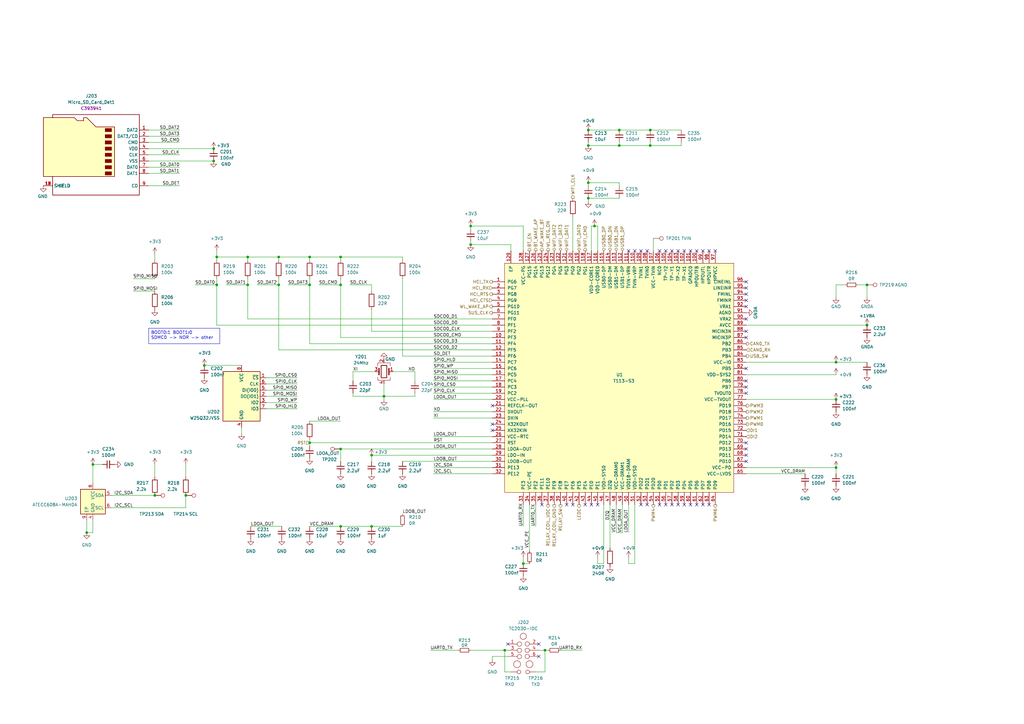
<source format=kicad_sch>
(kicad_sch (version 20231120) (generator "eeschema") (generator_version "8.0")
  (paper "A3")
  (junction (at 223.52 266.7))
  (junction (at 266.7 59.69))
  (junction (at 342.9 148.59))
  (junction (at 114.3 116.84))
  (junction (at 127 105.41))
  (junction (at 342.9 191.77))
  (junction (at 157.48 162.56))
  (junction (at 76.2 203.2))
  (junction (at 87.63 66.04))
  (junction (at 35.56 218.44))
  (junction (at 83.82 149.86))
  (junction (at 101.6 116.84))
  (junction (at 241.3 81.28))
  (junction (at 63.5 203.2))
  (junction (at 241.3 74.93))
  (junction (at 114.3 105.41))
  (junction (at 139.7 215.9))
  (junction (at 139.7 105.41))
  (junction (at 193.04 100.33))
  (junction (at 355.6 116.84))
  (junction (at 342.9 163.83))
  (junction (at 38.1 190.5))
  (junction (at 127 181.61))
  (junction (at 87.63 60.96))
  (junction (at 241.3 53.34))
  (junction (at 254 59.69))
  (junction (at 139.7 116.84))
  (junction (at 193.04 92.71))
  (junction (at 127 116.84))
  (junction (at 207.01 266.7))
  (junction (at 243.84 92.71))
  (junction (at 254 53.34))
  (junction (at 152.4 215.9))
  (junction (at 139.7 184.15))
  (junction (at 88.9 116.84))
  (junction (at 214.63 231.14))
  (junction (at 266.7 53.34))
  (junction (at 88.9 105.41))
  (junction (at 355.6 133.35))
  (junction (at 152.4 186.69))
  (junction (at 241.3 59.69))
  (junction (at 101.6 105.41))
  (no_connect (at 273.05 102.87))
  (no_connect (at 260.35 102.87))
  (no_connect (at 245.11 207.01))
  (no_connect (at 240.03 207.01))
  (no_connect (at 262.89 102.87))
  (no_connect (at 201.93 166.37))
  (no_connect (at 306.07 120.65))
  (no_connect (at 265.43 102.87))
  (no_connect (at 306.07 158.75))
  (no_connect (at 242.57 207.01))
  (no_connect (at 306.07 125.73))
  (no_connect (at 275.59 207.01))
  (no_connect (at 222.25 207.01))
  (no_connect (at 220.98 269.24))
  (no_connect (at 288.29 207.01))
  (no_connect (at 306.07 135.89))
  (no_connect (at 306.07 130.81))
  (no_connect (at 306.07 184.15))
  (no_connect (at 306.07 186.69))
  (no_connect (at 306.07 181.61))
  (no_connect (at 270.51 102.87))
  (no_connect (at 285.75 102.87))
  (no_connect (at 278.13 102.87))
  (no_connect (at 232.41 207.01))
  (no_connect (at 278.13 207.01))
  (no_connect (at 283.21 207.01))
  (no_connect (at 201.93 173.99))
  (no_connect (at 270.51 207.01))
  (no_connect (at 285.75 207.01))
  (no_connect (at 290.83 102.87))
  (no_connect (at 201.93 176.53))
  (no_connect (at 306.07 151.13))
  (no_connect (at 262.89 207.01))
  (no_connect (at 293.37 102.87))
  (no_connect (at 288.29 102.87))
  (no_connect (at 306.07 156.21))
  (no_connect (at 280.67 102.87))
  (no_connect (at 234.95 207.01))
  (no_connect (at 265.43 207.01))
  (no_connect (at 275.59 102.87))
  (no_connect (at 280.67 207.01))
  (no_connect (at 306.07 123.19))
  (no_connect (at 283.21 102.87))
  (no_connect (at 306.07 115.57))
  (no_connect (at 306.07 138.43))
  (no_connect (at 306.07 161.29))
  (no_connect (at 290.83 207.01))
  (no_connect (at 257.81 102.87))
  (no_connect (at 306.07 118.11))
  (no_connect (at 220.98 264.16))
  (no_connect (at 273.05 207.01))
  (no_connect (at 208.28 264.16))
  (no_connect (at 306.07 189.23))
  (wire (pts (xy 165.1 105.41) (xy 165.1 106.68)))
  (wire (pts (xy 73.66 68.58) (xy 60.96 68.58)))
  (wire (pts (xy 241.3 74.93) (xy 241.3 76.2)))
  (wire (pts (xy 224.79 266.7) (xy 223.52 266.7)))
  (wire (pts (xy 170.18 161.29) (xy 170.18 162.56)))
  (wire (pts (xy 245.11 231.14) (xy 245.11 228.6)))
  (wire (pts (xy 41.91 190.5) (xy 38.1 190.5)))
  (wire (pts (xy 35.56 218.44) (xy 38.1 218.44)))
  (wire (pts (xy 245.11 92.71) (xy 243.84 92.71)))
  (wire (pts (xy 105.41 116.84) (xy 114.3 116.84)))
  (wire (pts (xy 223.52 266.7) (xy 223.52 275.59)))
  (wire (pts (xy 193.04 92.71) (xy 193.04 93.98)))
  (wire (pts (xy 207.01 266.7) (xy 207.01 275.59)))
  (wire (pts (xy 127 181.61) (xy 127 182.88)))
  (wire (pts (xy 193.04 100.33) (xy 209.55 100.33)))
  (wire (pts (xy 127 140.97) (xy 201.93 140.97)))
  (wire (pts (xy 127 105.41) (xy 139.7 105.41)))
  (wire (pts (xy 177.8 168.91) (xy 201.93 168.91)))
  (wire (pts (xy 45.72 208.28) (xy 76.2 208.28)))
  (wire (pts (xy 342.9 121.92) (xy 342.9 116.84)))
  (wire (pts (xy 342.9 116.84) (xy 346.71 116.84)))
  (wire (pts (xy 157.48 163.83) (xy 157.48 162.56)))
  (wire (pts (xy 266.7 53.34) (xy 279.4 53.34)))
  (wire (pts (xy 38.1 213.36) (xy 38.1 218.44)))
  (wire (pts (xy 35.56 213.36) (xy 35.56 218.44)))
  (wire (pts (xy 88.9 105.41) (xy 101.6 105.41)))
  (wire (pts (xy 193.04 92.71) (xy 214.63 92.71)))
  (wire (pts (xy 109.22 160.02) (xy 121.92 160.02)))
  (wire (pts (xy 127 215.9) (xy 139.7 215.9)))
  (wire (pts (xy 76.2 203.2) (xy 76.2 208.28)))
  (wire (pts (xy 101.6 114.3) (xy 101.6 116.84)))
  (wire (pts (xy 177.8 153.67) (xy 201.93 153.67)))
  (wire (pts (xy 165.1 146.05) (xy 201.93 146.05)))
  (wire (pts (xy 45.72 203.2) (xy 63.5 203.2)))
  (wire (pts (xy 219.71 207.01) (xy 219.71 215.9)))
  (wire (pts (xy 144.78 152.4) (xy 144.78 156.21)))
  (wire (pts (xy 342.9 148.59) (xy 355.6 148.59)))
  (wire (pts (xy 54.61 114.3) (xy 63.5 114.3)))
  (wire (pts (xy 139.7 138.43) (xy 201.93 138.43)))
  (wire (pts (xy 242.57 92.71) (xy 243.84 92.71)))
  (wire (pts (xy 38.1 190.5) (xy 38.1 198.12)))
  (wire (pts (xy 88.9 114.3) (xy 88.9 116.84)))
  (wire (pts (xy 193.04 266.7) (xy 207.01 266.7)))
  (wire (pts (xy 241.3 81.28) (xy 241.3 82.55)))
  (wire (pts (xy 109.22 165.1) (xy 121.92 165.1)))
  (wire (pts (xy 342.9 194.31) (xy 342.9 191.77)))
  (wire (pts (xy 209.55 102.87) (xy 209.55 100.33)))
  (wire (pts (xy 73.66 71.12) (xy 60.96 71.12)))
  (wire (pts (xy 266.7 59.69) (xy 266.7 58.42)))
  (wire (pts (xy 165.1 114.3) (xy 165.1 146.05)))
  (wire (pts (xy 306.07 163.83) (xy 342.9 163.83)))
  (wire (pts (xy 118.11 116.84) (xy 127 116.84)))
  (wire (pts (xy 241.3 81.28) (xy 254 81.28)))
  (wire (pts (xy 241.3 59.69) (xy 241.3 58.42)))
  (wire (pts (xy 152.4 189.23) (xy 152.4 186.69)))
  (wire (pts (xy 109.22 167.64) (xy 121.92 167.64)))
  (wire (pts (xy 201.93 270.51) (xy 201.93 269.24)))
  (wire (pts (xy 177.8 194.31) (xy 201.93 194.31)))
  (wire (pts (xy 139.7 215.9) (xy 152.4 215.9)))
  (wire (pts (xy 76.2 190.5) (xy 76.2 195.58)))
  (wire (pts (xy 127 114.3) (xy 127 116.84)))
  (wire (pts (xy 152.4 116.84) (xy 152.4 119.38)))
  (wire (pts (xy 114.3 105.41) (xy 127 105.41)))
  (wire (pts (xy 139.7 116.84) (xy 139.7 138.43)))
  (wire (pts (xy 254 59.69) (xy 254 58.42)))
  (wire (pts (xy 101.6 105.41) (xy 114.3 105.41)))
  (wire (pts (xy 177.8 161.29) (xy 201.93 161.29)))
  (wire (pts (xy 101.6 116.84) (xy 101.6 130.81)))
  (wire (pts (xy 241.3 74.93) (xy 254 74.93)))
  (wire (pts (xy 139.7 105.41) (xy 165.1 105.41)))
  (wire (pts (xy 99.06 175.26) (xy 99.06 177.8)))
  (wire (pts (xy 63.5 190.5) (xy 63.5 195.58)))
  (wire (pts (xy 114.3 116.84) (xy 114.3 143.51)))
  (wire (pts (xy 139.7 184.15) (xy 201.93 184.15)))
  (wire (pts (xy 152.4 127) (xy 152.4 135.89)))
  (wire (pts (xy 73.66 55.88) (xy 60.96 55.88)))
  (wire (pts (xy 83.82 149.86) (xy 99.06 149.86)))
  (wire (pts (xy 177.8 191.77) (xy 201.93 191.77)))
  (wire (pts (xy 127 181.61) (xy 201.93 181.61)))
  (wire (pts (xy 127 180.34) (xy 127 181.61)))
  (wire (pts (xy 245.11 231.14) (xy 247.65 231.14)))
  (wire (pts (xy 60.96 66.04) (xy 87.63 66.04)))
  (wire (pts (xy 177.8 158.75) (xy 201.93 158.75)))
  (wire (pts (xy 207.01 275.59) (xy 209.55 275.59)))
  (wire (pts (xy 279.4 59.69) (xy 279.4 58.42)))
  (wire (pts (xy 257.81 207.01) (xy 257.81 218.44)))
  (wire (pts (xy 306.07 194.31) (xy 330.2 194.31)))
  (wire (pts (xy 201.93 269.24) (xy 208.28 269.24)))
  (wire (pts (xy 114.3 143.51) (xy 201.93 143.51)))
  (wire (pts (xy 88.9 105.41) (xy 88.9 106.68)))
  (wire (pts (xy 355.6 121.92) (xy 355.6 116.84)))
  (wire (pts (xy 254 59.69) (xy 266.7 59.69)))
  (wire (pts (xy 139.7 189.23) (xy 139.7 184.15)))
  (wire (pts (xy 63.5 104.14) (xy 63.5 106.68)))
  (wire (pts (xy 92.71 116.84) (xy 101.6 116.84)))
  (wire (pts (xy 306.07 191.77) (xy 342.9 191.77)))
  (wire (pts (xy 255.27 207.01) (xy 255.27 218.44)))
  (wire (pts (xy 306.07 148.59) (xy 342.9 148.59)))
  (wire (pts (xy 143.51 116.84) (xy 152.4 116.84)))
  (wire (pts (xy 254 74.93) (xy 254 76.2)))
  (wire (pts (xy 152.4 135.89) (xy 201.93 135.89)))
  (wire (pts (xy 73.66 53.34) (xy 60.96 53.34)))
  (wire (pts (xy 161.29 152.4) (xy 170.18 152.4)))
  (wire (pts (xy 260.35 231.14) (xy 260.35 207.01)))
  (wire (pts (xy 60.96 60.96) (xy 87.63 60.96)))
  (wire (pts (xy 234.95 88.9) (xy 234.95 102.87)))
  (wire (pts (xy 193.04 100.33) (xy 193.04 99.06)))
  (wire (pts (xy 127 172.72) (xy 139.7 172.72)))
  (wire (pts (xy 252.73 207.01) (xy 252.73 218.44)))
  (wire (pts (xy 101.6 105.41) (xy 101.6 106.68)))
  (wire (pts (xy 306.07 153.67) (xy 342.9 153.67)))
  (wire (pts (xy 152.4 186.69) (xy 201.93 186.69)))
  (wire (pts (xy 177.8 151.13) (xy 201.93 151.13)))
  (wire (pts (xy 207.01 266.7) (xy 208.28 266.7)))
  (wire (pts (xy 176.53 266.7) (xy 187.96 266.7)))
  (wire (pts (xy 109.22 162.56) (xy 121.92 162.56)))
  (wire (pts (xy 306.07 133.35) (xy 355.6 133.35)))
  (wire (pts (xy 217.17 207.01) (xy 217.17 226.06)))
  (wire (pts (xy 88.9 102.87) (xy 88.9 105.41)))
  (wire (pts (xy 102.87 215.9) (xy 115.57 215.9)))
  (wire (pts (xy 157.48 162.56) (xy 157.48 157.48)))
  (wire (pts (xy 109.22 154.94) (xy 121.92 154.94)))
  (wire (pts (xy 127 116.84) (xy 127 140.97)))
  (wire (pts (xy 177.8 171.45) (xy 201.93 171.45)))
  (wire (pts (xy 88.9 133.35) (xy 201.93 133.35)))
  (wire (pts (xy 223.52 275.59) (xy 219.71 275.59)))
  (wire (pts (xy 254 53.34) (xy 266.7 53.34)))
  (wire (pts (xy 127 105.41) (xy 127 106.68)))
  (wire (pts (xy 139.7 105.41) (xy 139.7 106.68)))
  (wire (pts (xy 88.9 116.84) (xy 88.9 133.35)))
  (wire (pts (xy 223.52 266.7) (xy 220.98 266.7)))
  (wire (pts (xy 130.81 116.84) (xy 139.7 116.84)))
  (wire (pts (xy 252.73 218.44) (xy 255.27 218.44)))
  (wire (pts (xy 250.19 207.01) (xy 250.19 224.79)))
  (wire (pts (xy 247.65 231.14) (xy 247.65 207.01)))
  (wire (pts (xy 214.63 228.6) (xy 214.63 231.14)))
  (wire (pts (xy 214.63 207.01) (xy 214.63 215.9)))
  (wire (pts (xy 177.8 179.07) (xy 201.93 179.07)))
  (wire (pts (xy 267.97 97.79) (xy 267.97 102.87)))
  (wire (pts (xy 254 59.69) (xy 241.3 59.69)))
  (wire (pts (xy 144.78 162.56) (xy 157.48 162.56)))
  (wire (pts (xy 351.79 116.84) (xy 355.6 116.84)))
  (wire (pts (xy 201.93 189.23) (xy 165.1 189.23)))
  (wire (pts (xy 170.18 162.56) (xy 157.48 162.56)))
  (wire (pts (xy 241.3 53.34) (xy 254 53.34)))
  (wire (pts (xy 152.4 215.9) (xy 165.1 215.9)))
  (wire (pts (xy 170.18 152.4) (xy 170.18 156.21)))
  (wire (pts (xy 153.67 152.4) (xy 144.78 152.4)))
  (wire (pts (xy 73.66 63.5) (xy 60.96 63.5)))
  (wire (pts (xy 266.7 59.69) (xy 279.4 59.69)))
  (wire (pts (xy 114.3 114.3) (xy 114.3 116.84)))
  (wire (pts (xy 177.8 148.59) (xy 201.93 148.59)))
  (wire (pts (xy 257.81 231.14) (xy 260.35 231.14)))
  (wire (pts (xy 73.66 58.42) (xy 60.96 58.42)))
  (wire (pts (xy 80.01 116.84) (xy 88.9 116.84)))
  (wire (pts (xy 109.22 157.48) (xy 121.92 157.48)))
  (wire (pts (xy 245.11 102.87) (xy 245.11 92.71)))
  (wire (pts (xy 139.7 114.3) (xy 139.7 116.84)))
  (wire (pts (xy 214.63 92.71) (xy 214.63 102.87)))
  (wire (pts (xy 101.6 130.81) (xy 201.93 130.81)))
  (wire (pts (xy 229.87 266.7) (xy 238.76 266.7)))
  (wire (pts (xy 214.63 231.14) (xy 217.17 231.14)))
  (wire (pts (xy 177.8 156.21) (xy 201.93 156.21)))
  (wire (pts (xy 257.81 231.14) (xy 257.81 228.6)))
  (wire (pts (xy 114.3 105.41) (xy 114.3 106.68)))
  (wire (pts (xy 60.96 76.2) (xy 73.66 76.2)))
  (wire (pts (xy 242.57 92.71) (xy 242.57 102.87)))
  (wire (pts (xy 144.78 161.29) (xy 144.78 162.56)))
  (wire (pts (xy 54.61 119.38) (xy 63.5 119.38)))
  (wire (pts (xy 177.8 163.83) (xy 201.93 163.83)))
  (text_box "BOOT0:1 BOOT1:0\nSDMC0 -> NOR -> other" (at 60.96 134.62 0) (size 29.21 6.35) (effects (font (size 1.27 1.27)) (justify left top)))
  (label "UART0_RX" (at 214.63 215.9 90))
  (label "SD_DAT2" (at 73.66 53.34 180))
  (label "SD_DAT1" (at 73.66 71.12 180))
  (label "SPI0_WP" (at 121.92 165.1 180))
  (label "SD_CMD" (at 130.81 116.84 0))
  (label "SD_DAT0" (at 73.66 68.58 180))
  (label "VCC_DRAM" (at 127 215.9 0))
  (label "SPI0_MOSI" (at 177.8 156.21 0))
  (label "SPI0_MISO" (at 121.92 160.02 180))
  (label "LDOA_OUT" (at 177.8 163.83 0))
  (label "LDOA_OUT" (at 177.8 179.07 0))
  (label "SPI0_CLK" (at 121.92 157.48 180))
  (label "LDOA_OUT" (at 139.7 172.72 180))
  (label "SD_CLK" (at 73.66 63.5 180))
  (label "LDOA_OUT" (at 177.8 184.15 0))
  (label "SPI0_MISO" (at 54.61 114.3 0))
  (label "I2C_SCL" (at 177.8 194.31 0))
  (label "XI" (at 144.78 152.4 0))
  (label "SPI0_MOSI" (at 54.61 119.38 0))
  (label "UART0_RX" (at 238.76 266.7 180))
  (label "SDCO0_CLK" (at 177.8 135.89 0))
  (label "VCC_DRAM" (at 252.73 218.44 90))
  (label "I2C_SDA" (at 54.61 203.2 180))
  (label "I2C_SCL" (at 54.61 208.28 180))
  (label "VCC_DRAM" (at 255.27 218.44 90))
  (label "SPI0_WP" (at 177.8 151.13 0))
  (label "SD_DAT0" (at 80.01 116.84 0))
  (label "SD_CLK" (at 143.51 116.84 0))
  (label "SPI0_CS0" (at 177.8 158.75 0))
  (label "I2C_SDA" (at 177.8 191.77 0))
  (label "SD_DET" (at 177.8 146.05 0))
  (label "UART0_TX" (at 219.71 215.9 90))
  (label "VCC_DRAM" (at 330.2 194.31 180))
  (label "VCC_PE" (at 217.17 224.79 90))
  (label "SPI0_CLK" (at 177.8 161.29 0))
  (label "XO" (at 177.8 168.91 0))
  (label "SD_DET" (at 73.66 76.2 180))
  (label "SD_CMD" (at 73.66 58.42 180))
  (label "SD_DAT2" (at 105.41 116.84 0))
  (label "SPI0_HLD" (at 177.8 148.59 0))
  (label "SPI0_MOSI" (at 121.92 162.56 180))
  (label "SDCO0_CMD" (at 177.8 138.43 0))
  (label "SD_DAT3" (at 73.66 55.88 180))
  (label "DZQ" (at 250.19 213.36 90))
  (label "SPI0_CS0" (at 121.92 154.94 180))
  (label "XI" (at 177.8 171.45 0))
  (label "SD_DAT3" (at 118.11 116.84 0))
  (label "SDCO0_D3" (at 177.8 140.97 0))
  (label "SDCO0_D2" (at 177.8 143.51 0))
  (label "LDOB_OUT" (at 165.1 210.82 0))
  (label "SDCO0_D1" (at 177.8 130.81 0))
  (label "SDCO0_D0" (at 177.8 133.35 0))
  (label "SPI0_HLD" (at 121.92 167.64 180))
  (label "LDOA_OUT" (at 257.81 218.44 90))
  (label "SD_DAT1" (at 92.71 116.84 0))
  (label "UART0_TX" (at 176.53 266.7 0))
  (label "LDOB_OUT" (at 177.8 189.23 0))
  (label "SPI0_MISO" (at 177.8 153.67 0))
  (label "RST" (at 177.8 181.61 0))
  (label "XO" (at 170.18 152.4 180))
  (label "LDOA_OUT" (at 102.87 215.9 0))
  (hierarchical_label "HCI_CTS" (shape input) (at 201.93 123.19 180))
  (hierarchical_label "HCI_RTS" (shape output) (at 201.93 120.65 180))
  (hierarchical_label "PWM3" (shape output) (at 306.07 166.37 0))
  (hierarchical_label "CAN0_TX" (shape output) (at 306.07 140.97 0))
  (hierarchical_label "HCI_RX" (shape input) (at 201.93 118.11 180))
  (hierarchical_label "PWM1" (shape output) (at 306.07 171.45 0))
  (hierarchical_label "BT_EN" (shape output) (at 217.17 102.87 90) (property "Netclass" "SDIO_WIFI" (effects (hide yes))))
  (hierarchical_label "PWM2" (shape output) (at 306.07 168.91 0))
  (hierarchical_label "RELAY_COIL_GND" (shape output) (at 227.33 207.01 270))
  (hierarchical_label "RELAY_COIL_VDC" (shape output) (at 224.79 207.01 270))
  (hierarchical_label "USB1_DN" (shape bidirectional) (at 252.73 102.87 90))
  (hierarchical_label "WIFI_CMD" (shape output) (at 240.03 102.87 90))
  (hierarchical_label "BT_WAKE_AP" (shape output) (at 219.71 102.87 90))
  (hierarchical_label "PWM4" (shape output) (at 267.97 207.01 270))
  (hierarchical_label "AP_WAKE_BT" (shape output) (at 222.25 102.87 90))
  (hierarchical_label "WIFI_DAT3" (shape bidirectional) (at 229.87 102.87 90))
  (hierarchical_label "PWM6" (shape output) (at 293.37 207.01 270))
  (hierarchical_label "CAN0_RX" (shape input) (at 306.07 143.51 0))
  (hierarchical_label "USB1_DP" (shape bidirectional) (at 255.27 102.87 90))
  (hierarchical_label "PWM0" (shape output) (at 306.07 173.99 0))
  (hierarchical_label "RELAY_SW" (shape output) (at 229.87 207.01 270))
  (hierarchical_label "LEDC" (shape output) (at 237.49 207.01 270))
  (hierarchical_label "DI1" (shape input) (at 306.07 176.53 0))
  (hierarchical_label "WL_WAKE_AP" (shape output) (at 201.93 125.73 180))
  (hierarchical_label "SUS_CLK" (shape output) (at 201.93 128.27 180))
  (hierarchical_label "HCI_TX" (shape output) (at 201.93 115.57 180))
  (hierarchical_label "WIFI_DAT2" (shape bidirectional) (at 227.33 102.87 90))
  (hierarchical_label "WL_REG_ON" (shape output) (at 224.79 102.87 90))
  (hierarchical_label "USB_SW" (shape output) (at 306.07 146.05 0))
  (hierarchical_label "WIFI_CLK" (shape output) (at 234.95 81.28 90))
  (hierarchical_label "USB0_DP" (shape bidirectional) (at 247.65 102.87 90))
  (hierarchical_label "DI2" (shape input) (at 306.07 179.07 0))
  (hierarchical_label "WIFI_DAT0" (shape bidirectional) (at 237.49 102.87 90))
  (hierarchical_label "WIFI_DAT1" (shape bidirectional) (at 232.41 102.87 90))
  (hierarchical_label "RST" (shape input) (at 127 181.61 180))
  (hierarchical_label "USB0_DN" (shape bidirectional) (at 250.19 102.87 90))
  (symbol (lib_id "Device:C_Small") (at 342.9 166.37 0) (unit 1)
    (property "Reference" "C222" (at 345.44 165.1063 0) (effects (justify left)))
    (property "Value" "100nf" (at 345.44 167.6463 0) (effects (justify left)))
    (property "Footprint" "Capacitor_SMD:C_0402_1005Metric" (effects (hide yes)))
    (property "Datasheet" "https://datasheet.lcsc.com/lcsc/2304140030_Samsung-Electro-Mechanics-CL05B104KB54PNC_C307331.pdf" (effects (hide yes)))
    (property "LCSC" "C307331" (effects (hide yes)))
    (property "MPN" "CL05B104KB54PNC" (effects (hide yes)))
  )
  (symbol (lib_id "power:GND") (at 330.2 199.39 0) (mirror y) (unit 1)
    (property "Reference" "#PWR0232" (effects (hide yes)))
    (property "Value" "GND" (at 330.2 204.47 0))
  )
  (symbol (lib_id "Device:C_Small") (at 241.3 55.88 0) (unit 1)
    (property "Reference" "C213" (at 243.84 54.6163 0) (effects (justify left)))
    (property "Value" "10uF" (at 243.84 57.1563 0) (effects (justify left)))
    (property "Footprint" "Capacitor_SMD:C_0603_1608Metric" (effects (hide yes)))
    (property "Datasheet" "https://datasheet.lcsc.com/lcsc/2304140030_Samsung-Electro-Mechanics-CL10A106MA8NRNC_C96446.pdf" (effects (hide yes)))
    (property "LCSC" "C96446" (effects (hide yes)))
    (property "MPN" "CL10A106MA8NRNC" (effects (hide yes)))
  )
  (symbol (lib_id "power:GND") (at 46.99 190.5 90) (unit 1)
    (property "Reference" "#PWR0252" (effects (hide yes)))
    (property "Value" "GND" (at 50.8 190.5 90) (effects (justify right)))
  )
  (symbol (lib_id "power:+3V3") (at 83.82 149.86 0) (unit 1)
    (property "Reference" "#PWR0202" (effects (hide yes)))
    (property "Value" "+3V3" (at 83.82 144.78 0))
  )
  (symbol (lib_id "Device:R") (at 63.5 199.39 0) (unit 1)
    (property "Reference" "R217" (at 55.88 198.12 0) (effects (justify left)))
    (property "Value" "2.2k" (at 55.88 200.66 0) (effects (justify left)))
    (property "Footprint" "Resistor_SMD:R_0402_1005Metric" (effects (hide yes)))
    (property "Datasheet" "https://datasheet.lcsc.com/lcsc/2206010230_UNI-ROYAL-Uniroyal-Elec-0603WAF2201T5E_C4190.pdf" (effects (hide yes)))
    (property "LCSC" "C4190" (effects (hide yes)))
    (property "MPN" "0603WAF2201T5E" (effects (hide yes)))
  )
  (symbol (lib_id "Connector:TestPoint") (at 267.97 97.79 270) (unit 1)
    (property "Reference" "TP201" (at 273.05 97.79 90) (effects (justify left)))
    (property "Value" "TVIN" (at 279.4 97.79 90) (effects (justify left)))
    (property "Footprint" "TestPoint:TestPoint_Pad_D1.0mm" (effects (hide yes)))
  )
  (symbol (lib_id "power:GND") (at 115.57 220.98 0) (mirror y) (unit 1)
    (property "Reference" "#PWR0248" (effects (hide yes)))
    (property "Value" "GND" (at 115.57 226.06 0))
  )
  (symbol (lib_id "Device:C_Small") (at 139.7 218.44 0) (unit 1)
    (property "Reference" "C229" (at 142.24 217.1763 0) (effects (justify left)))
    (property "Value" "100nf" (at 142.24 219.7163 0) (effects (justify left)))
    (property "Footprint" "Capacitor_SMD:C_0402_1005Metric" (effects (hide yes)))
    (property "Datasheet" "https://datasheet.lcsc.com/lcsc/2304140030_Samsung-Electro-Mechanics-CL05B104KB54PNC_C307331.pdf" (effects (hide yes)))
    (property "LCSC" "C307331" (effects (hide yes)))
    (property "MPN" "CL05B104KB54PNC" (effects (hide yes)))
  )
  (symbol (lib_id "Device:R_Small") (at 165.1 213.36 0) (unit 1)
    (property "Reference" "R210" (at 167.64 212.09 0) (effects (justify left)))
    (property "Value" "0R" (at 167.64 214.63 0) (effects (justify left)))
    (property "Footprint" "Resistor_SMD:R_0402_1005Metric" (effects (hide yes)))
    (property "Datasheet" "https://datasheet.lcsc.com/lcsc/2206010216_UNI-ROYAL-Uniroyal-Elec-0402WGF0000TCE_C17168.pdf" (effects (hide yes)))
    (property "LCSC" "C17168" (effects (hide yes)))
    (property "MPN" "0402WGF0000TCE" (effects (hide yes)))
  )
  (symbol (lib_id "Device:C_Small") (at 330.2 196.85 0) (unit 1)
    (property "Reference" "C220" (at 332.74 195.5863 0) (effects (justify left)))
    (property "Value" "100nf" (at 332.74 198.1263 0) (effects (justify left)))
    (property "Footprint" "Capacitor_SMD:C_0402_1005Metric" (effects (hide yes)))
    (property "Datasheet" "https://datasheet.lcsc.com/lcsc/2304140030_Samsung-Electro-Mechanics-CL05B104KB54PNC_C307331.pdf" (effects (hide yes)))
    (property "LCSC" "C307331" (effects (hide yes)))
    (property "MPN" "CL05B104KB54PNC" (effects (hide yes)))
  )
  (symbol (lib_id "power:+3V3") (at 193.04 92.71 0) (unit 1)
    (property "Reference" "#PWR0224" (effects (hide yes)))
    (property "Value" "+3V3" (at 193.04 87.63 0))
  )
  (symbol (lib_id "power:GND") (at 241.3 59.69 0) (unit 1)
    (property "Reference" "#PWR0219" (effects (hide yes)))
    (property "Value" "GND" (at 241.3 64.77 0))
  )
  (symbol (lib_id "power:+3V3") (at 63.5 190.5 0) (unit 1)
    (property "Reference" "#PWR0254" (effects (hide yes)))
    (property "Value" "+3V3" (at 63.5 185.42 0))
  )
  (symbol (lib_id "power:GNDA") (at 306.07 128.27 90) (unit 1)
    (property "Reference" "#PWR0204" (effects (hide yes)))
    (property "Value" "GNDA" (at 309.88 128.27 0))
  )
  (symbol (lib_name "VDD_1") (lib_id "power:VDD") (at 257.81 228.6 0) (unit 1)
    (property "Reference" "#PWR0231" (effects (hide yes)))
    (property "Value" "+0v9" (at 257.81 224.79 0))
  )
  (symbol (lib_id "power:GND") (at 152.4 194.31 0) (mirror y) (unit 1)
    (property "Reference" "#PWR0226" (effects (hide yes)))
    (property "Value" "GND" (at 152.4 199.39 0))
  )
  (symbol (lib_id "Device:C_Small") (at 144.78 158.75 0) (unit 1)
    (property "Reference" "C203" (at 147.32 157.4863 0) (effects (justify left)))
    (property "Value" "22pF" (at 147.32 160.0263 0) (effects (justify left)))
    (property "Footprint" "Capacitor_SMD:C_0402_1005Metric" (effects (hide yes)))
    (property "Datasheet" "https://datasheet.lcsc.com/lcsc/2304140030_FH--Guangdong-Fenghua-Advanced-Tech-0402CG220J500NT_C1555.pdf" (effects (hide yes)))
    (property "LCSC" "C1555" (effects (hide yes)))
    (property "MPN" "0402CG220J500NT" (effects (hide yes)))
  )
  (symbol (lib_id "Device:R") (at 139.7 110.49 0) (unit 1)
    (property "Reference" "R222" (at 142.24 109.22 0) (effects (justify left)))
    (property "Value" "100k" (at 142.24 111.76 0) (effects (justify left)))
    (property "Footprint" "Resistor_SMD:R_0402_1005Metric" (effects (hide yes)))
    (property "Datasheet" "https://datasheet.lcsc.com/lcsc/2206010100_UNI-ROYAL-Uniroyal-Elec-0402WGF1003TCE_C25741.pdf" (effects (hide yes)))
    (property "LCSC" "C25741" (effects (hide yes)))
    (property "MPN" "0402WGF1003TCE" (effects (hide yes)))
  )
  (symbol (lib_id "Device:R") (at 76.2 199.39 0) (unit 1)
    (property "Reference" "R218" (at 68.58 198.12 0) (effects (justify left)))
    (property "Value" "2.2k" (at 68.58 200.66 0) (effects (justify left)))
    (property "Footprint" "Resistor_SMD:R_0402_1005Metric" (effects (hide yes)))
    (property "Datasheet" "https://datasheet.lcsc.com/lcsc/2206010230_UNI-ROYAL-Uniroyal-Elec-0603WAF2201T5E_C4190.pdf" (effects (hide yes)))
    (property "LCSC" "C4190" (effects (hide yes)))
    (property "MPN" "0603WAF2201T5E" (effects (hide yes)))
  )
  (symbol (lib_id "power:+3V3") (at 88.9 102.87 0) (unit 1)
    (property "Reference" "#PWR0242" (effects (hide yes)))
    (property "Value" "+3V3" (at 88.9 97.79 0))
  )
  (symbol (lib_id "power:GND") (at 157.48 163.83 0) (mirror y) (unit 1)
    (property "Reference" "#PWR0211" (effects (hide yes)))
    (property "Value" "GND" (at 157.48 167.64 0))
  )
  (symbol (lib_id "Tag-Connect:TC2030-IDC") (at 214.63 266.7 0) (unit 1)
    (property "Reference" "J202" (at 214.63 255.27 0))
    (property "Value" "TC2030-IDC" (at 214.63 257.81 0))
    (property "Footprint" "Tag-Connect:Tag-Connect_TC2030-IDC-NL_2x03_P1.27mm_Vertical" (effects (hide yes)))
    (property "Datasheet" "https://www.tag-connect.com/wp-content/uploads/bsk-pdf-manager/2019/12/TC2030-IDC-NL-Datasheet-Rev-B.pdf" (effects (hide yes)))
  )
  (symbol (lib_id "Device:C_Small") (at 152.4 191.77 0) (unit 1)
    (property "Reference" "C218" (at 154.94 190.5063 0) (effects (justify left)))
    (property "Value" "2.2uF" (at 154.94 193.0463 0) (effects (justify left)))
    (property "Footprint" "Resistor_SMD:R_0402_1005Metric" (effects (hide yes)))
    (property "Datasheet" "https://datasheet.lcsc.com/lcsc/2304140030_Samsung-Electro-Mechanics-CL05A225MQ5NSNC_C12530.pdf" (effects (hide yes)))
    (property "LCSC" "C12530" (effects (hide yes)))
    (property "MPN" "CL05A225MQ5NSNC" (effects (hide yes)))
  )
  (symbol (lib_id "power:GND") (at 102.87 220.98 0) (mirror y) (unit 1)
    (property "Reference" "#PWR0247" (effects (hide yes)))
    (property "Value" "GND" (at 102.87 226.06 0))
  )
  (symbol (lib_id "power:GND") (at 342.9 199.39 0) (mirror y) (unit 1)
    (property "Reference" "#PWR0233" (effects (hide yes)))
    (property "Value" "GND" (at 342.9 204.47 0))
  )
  (symbol (lib_id "power:+3V3") (at 342.9 163.83 0) (unit 1)
    (property "Reference" "#PWR0236" (effects (hide yes)))
    (property "Value" "+3V3" (at 346.71 162.56 0))
  )
  (symbol (lib_id "Connector_LCSC_SDCard:Micro_SD_Card_Det1") (at 38.1 63.5 0) (mirror y) (unit 1)
    (property "Reference" "J203" (at 37.465 39.37 0))
    (property "Value" "Micro_SD_Card_Det1" (at 37.465 41.91 0))
    (property "Footprint" "Connector_LCSC_SDCard:TF-SMD_TF-PUSH" (effects (hide yes)))
    (property "Datasheet" "https://datasheet.lcsc.com/lcsc/2110151630_XKB-Connectivity-XKTF-015-N_C381082.pdf" (effects (hide yes)))
    (property "Description" "Micro SD Card Socket with one card detection pin" (effects (hide yes)))
    (property "LCSC" "C393941" (at 37.465 44.45 0))
    (property "MPN" "TF PUSH" (effects (hide yes)))
  )
  (symbol (lib_id "power:GNDA") (at 355.6 121.92 0) (unit 1)
    (property "Reference" "#PWR0249" (effects (hide yes)))
    (property "Value" "GNDA" (at 355.6 125.73 0))
  )
  (symbol (lib_name "W25Q32JVSS_1") (lib_id "Memory_Flash:W25Q32JVSS") (at 99.06 162.56 0) (mirror y) (unit 1)
    (property "Reference" "U202" (at 90.17 168.91 0) (effects (justify left)))
    (property "Value" "W25Q32JVSS" (at 90.17 171.45 0) (effects (justify left)))
    (property "Footprint" "Package_SO:SOIC-8_5.23x5.23mm_P1.27mm" (effects (hide yes)))
    (property "Datasheet" "http://www.winbond.com/resource-files/w25q32jv%20revg%2003272018%20plus.pdf" (effects (hide yes)))
    (property "LCSC" "C179173" (effects (hide yes)))
    (property "MPN" "W25Q32JVSSIQ" (effects (hide yes)))
  )
  (symbol (lib_id "Device:C_Small") (at 214.63 233.68 0) (unit 1)
    (property "Reference" "C227" (at 207.01 232.41 0) (effects (justify left)))
    (property "Value" "100nf" (at 207.01 234.95 0) (effects (justify left)))
    (property "Footprint" "Capacitor_SMD:C_0402_1005Metric" (effects (hide yes)))
    (property "Datasheet" "https://datasheet.lcsc.com/lcsc/2304140030_Samsung-Electro-Mechanics-CL05B104KB54PNC_C307331.pdf" (effects (hide yes)))
    (property "LCSC" "C307331" (effects (hide yes)))
    (property "MPN" "CL05B104KB54PNC" (effects (hide yes)))
  )
  (symbol (lib_id "power:GND") (at 35.56 218.44 0) (unit 1)
    (property "Reference" "#PWR0251" (effects (hide yes)))
    (property "Value" "GND" (at 35.56 223.52 0))
  )
  (symbol (lib_id "power:GND") (at 63.5 127 0) (mirror y) (unit 1)
    (property "Reference" "#PWR0257" (effects (hide yes)))
    (property "Value" "GND" (at 63.5 132.08 0))
  )
  (symbol (lib_id "Device:R") (at 101.6 110.49 0) (unit 1)
    (property "Reference" "R201" (at 104.14 109.22 0) (effects (justify left)))
    (property "Value" "100k" (at 104.14 111.76 0) (effects (justify left)))
    (property "Footprint" "Resistor_SMD:R_0402_1005Metric" (effects (hide yes)))
    (property "Datasheet" "https://datasheet.lcsc.com/lcsc/2206010100_UNI-ROYAL-Uniroyal-Elec-0402WGF1003TCE_C25741.pdf" (effects (hide yes)))
    (property "LCSC" "C25741" (effects (hide yes)))
    (property "MPN" "0402WGF1003TCE" (effects (hide yes)))
  )
  (symbol (lib_id "Device:C_Small") (at 170.18 158.75 0) (unit 1)
    (property "Reference" "C204" (at 172.72 157.4863 0) (effects (justify left)))
    (property "Value" "22pF" (at 172.72 160.0263 0) (effects (justify left)))
    (property "Footprint" "Capacitor_SMD:C_0402_1005Metric" (effects (hide yes)))
    (property "Datasheet" "https://datasheet.lcsc.com/lcsc/2304140030_FH--Guangdong-Fenghua-Advanced-Tech-0402CG220J500NT_C1555.pdf" (effects (hide yes)))
    (property "LCSC" "C1555" (effects (hide yes)))
    (property "MPN" "0402CG220J500NT" (effects (hide yes)))
  )
  (symbol (lib_id "Device:C_Small") (at 139.7 191.77 0) (unit 1)
    (property "Reference" "C217" (at 142.24 190.5063 0) (effects (justify left)))
    (property "Value" "2.2uF" (at 142.24 193.0463 0) (effects (justify left)))
    (property "Footprint" "Resistor_SMD:R_0402_1005Metric" (effects (hide yes)))
    (property "Datasheet" "https://datasheet.lcsc.com/lcsc/2304140030_Samsung-Electro-Mechanics-CL05A225MQ5NSNC_C12530.pdf" (effects (hide yes)))
    (property "LCSC" "C12530" (effects (hide yes)))
    (property "MPN" "CL05A225MQ5NSNC" (effects (hide yes)))
  )
  (symbol (lib_id "Device:C_Small") (at 241.3 78.74 0) (unit 1)
    (property "Reference" "C214" (at 243.84 77.4763 0) (effects (justify left)))
    (property "Value" "100nf" (at 243.84 80.0163 0) (effects (justify left)))
    (property "Footprint" "Capacitor_SMD:C_0402_1005Metric" (effects (hide yes)))
    (property "Datasheet" "https://datasheet.lcsc.com/lcsc/2304140030_Samsung-Electro-Mechanics-CL05B104KB54PNC_C307331.pdf" (effects (hide yes)))
    (property "LCSC" "C307331" (effects (hide yes)))
    (property "MPN" "CL05B104KB54PNC" (effects (hide yes)))
  )
  (symbol (lib_id "power:GND") (at 214.63 236.22 0) (mirror y) (unit 1)
    (property "Reference" "#PWR0243" (effects (hide yes)))
    (property "Value" "GND" (at 214.63 241.3 0))
  )
  (symbol (lib_id "power:GND") (at 193.04 100.33 0) (unit 1)
    (property "Reference" "#PWR0223" (effects (hide yes)))
    (property "Value" "GND" (at 193.04 105.41 0))
  )
  (symbol (lib_id "power:GND") (at 342.9 168.91 0) (mirror y) (unit 1)
    (property "Reference" "#PWR0234" (effects (hide yes)))
    (property "Value" "GND" (at 342.9 173.99 0))
  )
  (symbol (lib_id "power:+3V3") (at 342.9 148.59 0) (unit 1)
    (property "Reference" "#PWR0238" (effects (hide yes)))
    (property "Value" "+3V3" (at 346.71 147.32 0))
  )
  (symbol (lib_id "power:+1V8") (at 355.6 133.35 0) (unit 1)
    (property "Reference" "#PWR0239" (effects (hide yes)))
    (property "Value" "+1V8A" (at 355.6 129.54 0))
  )
  (symbol (lib_id "Device:C_Small") (at 342.9 196.85 0) (unit 1)
    (property "Reference" "C221" (at 345.44 195.5863 0) (effects (justify left)))
    (property "Value" "100nf" (at 345.44 198.1263 0) (effects (justify left)))
    (property "Footprint" "Capacitor_SMD:C_0402_1005Metric" (effects (hide yes)))
    (property "Datasheet" "https://datasheet.lcsc.com/lcsc/2304140030_Samsung-Electro-Mechanics-CL05B104KB54PNC_C307331.pdf" (effects (hide yes)))
    (property "LCSC" "C307331" (effects (hide yes)))
    (property "MPN" "CL05B104KB54PNC" (effects (hide yes)))
  )
  (symbol (lib_id "power:GND") (at 17.78 76.2 0) (mirror y) (unit 1)
    (property "Reference" "#PWR0206" (effects (hide yes)))
    (property "Value" "GND" (at 19.558 80.518 0) (effects (justify left)))
  )
  (symbol (lib_id "Device:C_Small") (at 102.87 218.44 0) (unit 1)
    (property "Reference" "C231" (at 105.41 217.1763 0) (effects (justify left)))
    (property "Value" "100nf" (at 105.41 219.7163 0) (effects (justify left)))
    (property "Footprint" "Capacitor_SMD:C_0402_1005Metric" (effects (hide yes)))
    (property "Datasheet" "https://datasheet.lcsc.com/lcsc/2304140030_Samsung-Electro-Mechanics-CL05B104KB54PNC_C307331.pdf" (effects (hide yes)))
    (property "LCSC" "C307331" (effects (hide yes)))
    (property "MPN" "CL05B104KB54PNC" (effects (hide yes)))
  )
  (symbol (lib_name "VDD_1") (lib_id "power:VDD") (at 243.84 92.71 0) (unit 1)
    (property "Reference" "#PWR0220" (effects (hide yes)))
    (property "Value" "+0v9" (at 244.094 87.63 0))
  )
  (symbol (lib_id "Device:C_Small") (at 266.7 55.88 0) (unit 1)
    (property "Reference" "C212" (at 269.24 54.6163 0) (effects (justify left)))
    (property "Value" "100nf" (at 269.24 57.1563 0) (effects (justify left)))
    (property "Footprint" "Capacitor_SMD:C_0402_1005Metric" (effects (hide yes)))
    (property "Datasheet" "https://datasheet.lcsc.com/lcsc/2304140030_Samsung-Electro-Mechanics-CL05B104KB54PNC_C307331.pdf" (effects (hide yes)))
    (property "LCSC" "C307331" (effects (hide yes)))
    (property "MPN" "CL05B104KB54PNC" (effects (hide yes)))
  )
  (symbol (lib_id "Device:R_Small") (at 217.17 228.6 0) (unit 1)
    (property "Reference" "R211" (at 219.71 227.33 0) (effects (justify left)))
    (property "Value" "0R" (at 219.71 229.87 0) (effects (justify left)))
    (property "Footprint" "Resistor_SMD:R_0402_1005Metric" (effects (hide yes)))
    (property "Datasheet" "https://datasheet.lcsc.com/lcsc/2206010216_UNI-ROYAL-Uniroyal-Elec-0402WGF0000TCE_C17168.pdf" (effects (hide yes)))
    (property "LCSC" "C17168" (effects (hide yes)))
    (property "MPN" "0402WGF0000TCE" (effects (hide yes)))
  )
  (symbol (lib_id "power:GND") (at 342.9 121.92 0) (mirror y) (unit 1)
    (property "Reference" "#PWR0205" (effects (hide yes)))
    (property "Value" "GND" (at 342.9 125.73 0))
  )
  (symbol (lib_id "Connector:TestPoint") (at 63.5 203.2 270) (unit 1)
    (property "Reference" "TP213" (at 57.15 210.82 90) (effects (justify left)))
    (property "Value" "SDA" (at 63.5 210.82 90) (effects (justify left)))
    (property "Footprint" "TestPoint:TestPoint_Pad_D1.0mm" (effects (hide yes)))
  )
  (symbol (lib_id "Device:C_Small") (at 152.4 218.44 0) (unit 1)
    (property "Reference" "C230" (at 154.94 217.1763 0) (effects (justify left)))
    (property "Value" "1uF" (at 154.94 219.7163 0) (effects (justify left)))
    (property "Footprint" "Resistor_SMD:R_0402_1005Metric" (effects (hide yes)))
    (property "Datasheet" "https://datasheet.lcsc.com/lcsc/2304140030_Samsung-Electro-Mechanics-CL05A105KA5NQNC_C52923.pdf" (effects (hide yes)))
    (property "LCSC" "C52923" (effects (hide yes)))
    (property "MPN" "CL05A105KA5NQNC" (effects (hide yes)))
  )
  (symbol (lib_id "Device:R") (at 234.95 85.09 0) (unit 1)
    (property "Reference" "R223" (at 232.41 83.8199 0) (effects (justify right)))
    (property "Value" "22R" (at 232.41 86.3599 0) (effects (justify right)))
    (property "Footprint" "Resistor_SMD:R_0402_1005Metric" (effects (hide yes)))
    (property "Datasheet" "https://datasheet.lcsc.com/lcsc/2205311900_UNI-ROYAL-Uniroyal-Elec-0402WGF220JTCE_C25092.pdf" (effects (hide yes)))
    (property "LCSC" "C25092" (effects (hide yes)))
    (property "MPN" "0402WGF220JTCE" (effects (hide yes)))
  )
  (symbol (lib_id "Device:R") (at 88.9 110.49 0) (unit 1)
    (property "Reference" "R219" (at 91.44 109.22 0) (effects (justify left)))
    (property "Value" "100k" (at 91.44 111.76 0) (effects (justify left)))
    (property "Footprint" "Resistor_SMD:R_0402_1005Metric" (effects (hide yes)))
    (property "Datasheet" "https://datasheet.lcsc.com/lcsc/2206010100_UNI-ROYAL-Uniroyal-Elec-0402WGF1003TCE_C25741.pdf" (effects (hide yes)))
    (property "LCSC" "C25741" (effects (hide yes)))
    (property "MPN" "0402WGF1003TCE" (effects (hide yes)))
  )
  (symbol (lib_id "power:GND") (at 139.7 220.98 0) (mirror y) (unit 1)
    (property "Reference" "#PWR0245" (effects (hide yes)))
    (property "Value" "GND" (at 139.7 226.06 0))
  )
  (symbol (lib_id "power:GND") (at 241.3 82.55 0) (unit 1)
    (property "Reference" "#PWR0222" (effects (hide yes)))
    (property "Value" "GND" (at 246.126 84.582 0))
  )
  (symbol (lib_id "power:+3V3") (at 38.1 190.5 0) (unit 1)
    (property "Reference" "#PWR0253" (effects (hide yes)))
    (property "Value" "+3V3" (at 38.1 185.42 0))
  )
  (symbol (lib_id "power:+3V3") (at 214.63 228.6 0) (unit 1)
    (property "Reference" "#PWR0229" (effects (hide yes)))
    (property "Value" "+3V3" (at 212.09 224.79 0))
  )
  (symbol (lib_name "VDD_1") (lib_id "power:VDD") (at 241.3 53.34 0) (unit 1)
    (property "Reference" "#PWR0218" (effects (hide yes)))
    (property "Value" "+0v9" (at 241.3 49.53 0))
  )
  (symbol (lib_id "Device:R_Small") (at 227.33 266.7 90) (unit 1)
    (property "Reference" "R214" (at 227.33 261.62 90))
    (property "Value" "0R" (at 227.33 264.16 90))
    (property "Footprint" "Resistor_SMD:R_0402_1005Metric" (effects (hide yes)))
    (property "Datasheet" "https://datasheet.lcsc.com/lcsc/2206010216_UNI-ROYAL-Uniroyal-Elec-0402WGF0000TCE_C17168.pdf" (effects (hide yes)))
    (property "LCSC" "C17168" (effects (hide yes)))
    (property "MPN" "0402WGF0000TCE" (effects (hide yes)))
  )
  (symbol (lib_id "Device:R") (at 127 110.49 0) (unit 1)
    (property "Reference" "R221" (at 129.54 109.22 0) (effects (justify left)))
    (property "Value" "100k" (at 129.54 111.76 0) (effects (justify left)))
    (property "Footprint" "Resistor_SMD:R_0402_1005Metric" (effects (hide yes)))
    (property "Datasheet" "https://datasheet.lcsc.com/lcsc/2206010100_UNI-ROYAL-Uniroyal-Elec-0402WGF1003TCE_C25741.pdf" (effects (hide yes)))
    (property "LCSC" "C25741" (effects (hide yes)))
    (property "MPN" "0402WGF1003TCE" (effects (hide yes)))
  )
  (symbol (lib_id "Device:R") (at 63.5 110.49 0) (unit 1)
    (property "Reference" "R203" (at 66.04 109.22 0) (effects (justify left)))
    (property "Value" "100k" (at 66.04 111.76 0) (effects (justify left)))
    (property "Footprint" "Resistor_SMD:R_0402_1005Metric" (effects (hide yes)))
    (property "Datasheet" "https://datasheet.lcsc.com/lcsc/2206010100_UNI-ROYAL-Uniroyal-Elec-0402WGF1003TCE_C25741.pdf" (effects (hide yes)))
    (property "LCSC" "C25741" (effects (hide yes)))
    (property "MPN" "0402WGF1003TCE" (effects (hide yes)))
  )
  (symbol (lib_id "power:+3V3") (at 152.4 186.69 0) (unit 1)
    (property "Reference" "#PWR0227" (effects (hide yes)))
    (property "Value" "+3V3" (at 156.21 185.42 0))
  )
  (symbol (lib_id "Device:C_Small") (at 355.6 135.89 0) (unit 1)
    (property "Reference" "C233" (at 358.14 134.6263 0) (effects (justify left)))
    (property "Value" "2.2uF" (at 358.14 137.1663 0) (effects (justify left)))
    (property "Footprint" "Resistor_SMD:R_0402_1005Metric" (effects (hide yes)))
    (property "Datasheet" "https://datasheet.lcsc.com/lcsc/2304140030_Samsung-Electro-Mechanics-CL05A225MQ5NSNC_C12530.pdf" (effects (hide yes)))
    (property "LCSC" "C12530" (effects (hide yes)))
    (property "MPN" "CL05A225MQ5NSNC" (effects (hide yes)))
  )
  (symbol (lib_name "VDD_1") (lib_id "power:VDD") (at 245.11 228.6 0) (unit 1)
    (property "Reference" "#PWR0230" (effects (hide yes)))
    (property "Value" "+0v9" (at 245.11 224.79 0))
  )
  (symbol (lib_id "power:GND") (at 201.93 270.51 0) (unit 1)
    (property "Reference" "#PWR0207" (effects (hide yes)))
    (property "Value" "GND" (at 201.93 275.59 0))
  )
  (symbol (lib_id "Device:C_Small") (at 127 185.42 0) (unit 1)
    (property "Reference" "C205" (at 119.38 184.15 0) (effects (justify left)))
    (property "Value" "100nf" (at 119.38 186.69 0) (effects (justify left)))
    (property "Footprint" "Capacitor_SMD:C_0402_1005Metric" (effects (hide yes)))
    (property "Datasheet" "https://datasheet.lcsc.com/lcsc/2304140030_Samsung-Electro-Mechanics-CL05B104KB54PNC_C307331.pdf" (effects (hide yes)))
    (property "LCSC" "C307331" (effects (hide yes)))
    (property "MPN" "CL05B104KB54PNC" (effects (hide yes)))
  )
  (symbol (lib_id "Device:R") (at 63.5 123.19 0) (unit 1)
    (property "Reference" "R206" (at 66.04 121.92 0) (effects (justify left)))
    (property "Value" "100k" (at 66.04 124.46 0) (effects (justify left)))
    (property "Footprint" "Resistor_SMD:R_0402_1005Metric" (effects (hide yes)))
    (property "Datasheet" "https://datasheet.lcsc.com/lcsc/2206010100_UNI-ROYAL-Uniroyal-Elec-0402WGF1003TCE_C25741.pdf" (effects (hide yes)))
    (property "LCSC" "C25741" (effects (hide yes)))
    (property "MPN" "0402WGF1003TCE" (effects (hide yes)))
  )
  (symbol (lib_id "Device:R") (at 127 176.53 0) (unit 1)
    (property "Reference" "R205" (at 119.38 175.26 0) (effects (justify left)))
    (property "Value" "100k" (at 119.38 177.8 0) (effects (justify left)))
    (property "Footprint" "Resistor_SMD:R_0402_1005Metric" (effects (hide yes)))
    (property "Datasheet" "https://datasheet.lcsc.com/lcsc/2206010100_UNI-ROYAL-Uniroyal-Elec-0402WGF1003TCE_C25741.pdf" (effects (hide yes)))
    (property "LCSC" "C25741" (effects (hide yes)))
    (property "MPN" "0402WGF1003TCE" (effects (hide yes)))
  )
  (symbol (lib_id "power:GNDA") (at 355.6 138.43 0) (unit 1)
    (property "Reference" "#PWR0250" (effects (hide yes)))
    (property "Value" "GNDA" (at 355.6 142.24 0))
  )
  (symbol (lib_id "power:GND") (at 87.63 66.04 0) (mirror y) (unit 1)
    (property "Reference" "#PWR0201" (effects (hide yes)))
    (property "Value" "GND" (at 92.71 67.31 0))
  )
  (symbol (lib_id "Device:C_Small") (at 165.1 191.77 0) (unit 1)
    (property "Reference" "C219" (at 167.64 190.5063 0) (effects (justify left)))
    (property "Value" "2.2uF" (at 167.64 193.0463 0) (effects (justify left)))
    (property "Footprint" "Resistor_SMD:R_0402_1005Metric" (effects (hide yes)))
    (property "Datasheet" "https://datasheet.lcsc.com/lcsc/2304140030_Samsung-Electro-Mechanics-CL05A225MQ5NSNC_C12530.pdf" (effects (hide yes)))
    (property "LCSC" "C12530" (effects (hide yes)))
    (property "MPN" "CL05A225MQ5NSNC" (effects (hide yes)))
  )
  (symbol (lib_name "VDD_1") (lib_id "power:VDD") (at 342.9 153.67 0) (unit 1)
    (property "Reference" "#PWR0237" (effects (hide yes)))
    (property "Value" "+0v9" (at 346.71 153.67 0))
  )
  (symbol (lib_id "Device:C_Small") (at 83.82 152.4 0) (unit 1)
    (property "Reference" "C202" (at 86.36 151.1363 0) (effects (justify left)))
    (property "Value" "100nf" (at 86.36 153.6763 0) (effects (justify left)))
    (property "Footprint" "Capacitor_SMD:C_0402_1005Metric" (effects (hide yes)))
    (property "Datasheet" "https://datasheet.lcsc.com/lcsc/2304140030_Samsung-Electro-Mechanics-CL05B104KB54PNC_C307331.pdf" (effects (hide yes)))
    (property "LCSC" "C307331" (effects (hide yes)))
    (property "MPN" "CL05B104KB54PNC" (effects (hide yes)))
  )
  (symbol (lib_id "power:GND") (at 152.4 220.98 0) (mirror y) (unit 1)
    (property "Reference" "#PWR0244" (effects (hide yes)))
    (property "Value" "GND" (at 152.4 226.06 0))
  )
  (symbol (lib_id "Connector:TestPoint") (at 139.7 184.15 90) (unit 1)
    (property "Reference" "TP202" (at 138.176 188.468 90) (effects (justify left)))
    (property "Value" "LDOA_OUT" (at 139.192 185.928 90) (effects (justify left)))
    (property "Footprint" "TestPoint:TestPoint_Pad_D1.0mm" (effects (hide yes)))
  )
  (symbol (lib_id "power:+3V3") (at 342.9 191.77 0) (unit 1)
    (property "Reference" "#PWR0235" (effects (hide yes)))
    (property "Value" "+3V3" (at 342.9 186.69 0))
  )
  (symbol (lib_id "Security:ATECC608A-MAHDA") (at 38.1 205.74 0) (unit 1)
    (property "Reference" "U203" (at 31.75 204.47 0) (effects (justify right)))
    (property "Value" "ATECC608A-MAHDA" (at 31.75 207.01 0) (effects (justify right)))
    (property "Footprint" "Package_DFN_QFN:DFN-8-1EP_3x2mm_P0.5mm_EP1.3x1.5mm" (effects (hide yes)))
    (property "Datasheet" "http://ww1.microchip.com/downloads/en/DeviceDoc/ATECC608A-CryptoAuthentication-Device-Summary-Data-Sheet-DS40001977B.pdf" (effects (hide yes)))
    (property "LCSC" "C616908" (effects (hide yes)))
    (property "MPN" "ATECC608A-MAHDA-S" (effects (hide yes)))
  )
  (symbol (lib_id "Device:C_Small") (at 254 55.88 0) (unit 1)
    (property "Reference" "C211" (at 256.54 54.6163 0) (effects (justify left)))
    (property "Value" "100nf" (at 256.54 57.1563 0) (effects (justify left)))
    (property "Footprint" "Capacitor_SMD:C_0402_1005Metric" (effects (hide yes)))
    (property "Datasheet" "https://datasheet.lcsc.com/lcsc/2304140030_Samsung-Electro-Mechanics-CL05B104KB54PNC_C307331.pdf" (effects (hide yes)))
    (property "LCSC" "C307331" (effects (hide yes)))
    (property "MPN" "CL05B104KB54PNC" (effects (hide yes)))
  )
  (symbol (lib_id "power:GND") (at 139.7 194.31 0) (mirror y) (unit 1)
    (property "Reference" "#PWR0225" (effects (hide yes)))
    (property "Value" "GND" (at 139.7 199.39 0))
  )
  (symbol (lib_id "power:+3V3") (at 87.63 60.96 0) (unit 1)
    (property "Reference" "#PWR0209" (effects (hide yes)))
    (property "Value" "+3V3" (at 91.44 59.69 0))
  )
  (symbol (lib_id "power:GND") (at 83.82 154.94 0) (mirror y) (unit 1)
    (property "Reference" "#PWR0208" (effects (hide yes)))
    (property "Value" "GND" (at 83.82 160.02 0))
  )
  (symbol (lib_id "power:GND") (at 355.6 153.67 0) (mirror y) (unit 1)
    (property "Reference" "#PWR0256" (effects (hide yes)))
    (property "Value" "GND" (at 355.6 158.75 0))
  )
  (symbol (lib_id "power:+3V3") (at 63.5 104.14 0) (unit 1)
    (property "Reference" "#PWR0203" (effects (hide yes)))
    (property "Value" "+3V3" (at 63.5 99.06 0))
  )
  (symbol (lib_id "Connector:TestPoint") (at 76.2 203.2 270) (unit 1)
    (property "Reference" "TP214" (at 71.12 210.82 90) (effects (justify left)))
    (property "Value" "SCL" (at 77.47 210.82 90) (effects (justify left)))
    (property "Footprint" "TestPoint:TestPoint_Pad_D1.0mm" (effects (hide yes)))
  )
  (symbol (lib_id "Device:R") (at 165.1 110.49 0) (unit 1)
    (property "Reference" "R204" (at 167.64 109.22 0) (effects (justify left)))
    (property "Value" "100k" (at 167.64 111.76 0) (effects (justify left)))
    (property "Footprint" "Resistor_SMD:R_0402_1005Metric" (effects (hide yes)))
    (property "Datasheet" "https://datasheet.lcsc.com/lcsc/2206010100_UNI-ROYAL-Uniroyal-Elec-0402WGF1003TCE_C25741.pdf" (effects (hide yes)))
    (property "LCSC" "C25741" (effects (hide yes)))
    (property "MPN" "0402WGF1003TCE" (effects (hide yes)))
  )
  (symbol (lib_id "Device:C_Small") (at 279.4 55.88 0) (unit 1)
    (property "Reference" "C235" (at 281.94 54.6163 0) (effects (justify left)))
    (property "Value" "100nf" (at 281.94 57.1563 0) (effects (justify left)))
    (property "Footprint" "Capacitor_SMD:C_0402_1005Metric" (effects (hide yes)))
    (property "Datasheet" "https://datasheet.lcsc.com/lcsc/2304140030_Samsung-Electro-Mechanics-CL05B104KB54PNC_C307331.pdf" (effects (hide yes)))
    (property "LCSC" "C307331" (effects (hide yes)))
    (property "MPN" "CL05B104KB54PNC" (effects (hide yes)))
  )
  (symbol (lib_name "VDD_1") (lib_id "power:VDD") (at 241.3 74.93 0) (unit 1)
    (property "Reference" "#PWR0221" (effects (hide yes)))
    (property "Value" "+0v9" (at 241.3 69.85 0))
  )
  (symbol (lib_id "Connector:TestPoint") (at 209.55 275.59 270) (unit 1)
    (property "Reference" "TP215" (at 207.01 278.13 90) (effects (justify left)))
    (property "Value" "RXD" (at 207.01 280.67 90) (effects (justify left)))
    (property "Footprint" "TestPoint:TestPoint_Pad_D1.0mm" (effects (hide yes)))
  )
  (symbol (lib_id "Device:C_Small") (at 254 78.74 0) (unit 1)
    (property "Reference" "C215" (at 256.54 77.4763 0) (effects (justify left)))
    (property "Value" "100nf" (at 256.54 80.0163 0) (effects (justify left)))
    (property "Footprint" "Capacitor_SMD:C_0402_1005Metric" (effects (hide yes)))
    (property "Datasheet" "https://datasheet.lcsc.com/lcsc/2304140030_Samsung-Electro-Mechanics-CL05B104KB54PNC_C307331.pdf" (effects (hide yes)))
    (property "LCSC" "C307331" (effects (hide yes)))
    (property "MPN" "CL05B104KB54PNC" (effects (hide yes)))
  )
  (symbol (lib_id "Device:R") (at 250.19 228.6 0) (unit 1)
    (property "Reference" "R207" (at 242.824 232.664 0) (effects (justify left)))
    (property "Value" "240R" (at 242.824 235.204 0) (effects (justify left)))
    (property "Footprint" "Resistor_SMD:R_0402_1005Metric" (effects (hide yes)))
    (property "Datasheet" "https://datasheet.lcsc.com/lcsc/2205311900_UNI-ROYAL-Uniroyal-Elec-0402WGF2400TCE_C25094.pdf" (effects (hide yes)))
    (property "LCSC" "C25094" (effects (hide yes)))
    (property "MPN" "0402WGF2400TCE" (effects (hide yes)))
  )
  (symbol (lib_id "power:+3V3") (at 76.2 190.5 0) (unit 1)
    (property "Reference" "#PWR0255" (effects (hide yes)))
    (property "Value" "+3V3" (at 76.2 185.42 0))
  )
  (symbol (lib_id "Device:C_Small") (at 193.04 96.52 0) (unit 1)
    (property "Reference" "C237" (at 195.58 95.2563 0) (effects (justify left)))
    (property "Value" "10uF" (at 195.58 97.7963 0) (effects (justify left)))
    (property "Footprint" "Capacitor_SMD:C_0603_1608Metric" (effects (hide yes)))
    (property "Datasheet" "https://datasheet.lcsc.com/lcsc/2304140030_Samsung-Electro-Mechanics-CL10A106MA8NRNC_C96446.pdf" (effects (hide yes)))
    (property "LCSC" "C96446" (effects (hide yes)))
    (property "MPN" "CL10A106MA8NRNC" (effects (hide yes)))
  )
  (symbol (lib_id "Connector:TestPoint") (at 355.6 116.84 270) (unit 1)
    (property "Reference" "TP219" (at 360.68 116.84 90) (effects (justify left)))
    (property "Value" "AGND" (at 367.03 116.84 90) (effects (justify left)))
    (property "Footprint" "TestPoint:TestPoint_Pad_D1.0mm" (effects (hide yes)))
  )
  (symbol (lib_id "power:GND") (at 157.48 147.32 0) (mirror x) (unit 1)
    (property "Reference" "#PWR0212" (effects (hide yes)))
    (property "Value" "GND" (at 160.02 147.32 0))
  )
  (symbol (lib_id "Device:C_Small") (at 355.6 151.13 0) (unit 1)
    (property "Reference" "C236" (at 358.14 149.8663 0) (effects (justify left)))
    (property "Value" "100nf" (at 358.14 152.4063 0) (effects (justify left)))
    (property "Footprint" "Capacitor_SMD:C_0402_1005Metric" (effects (hide yes)))
    (property "Datasheet" "https://datasheet.lcsc.com/lcsc/2304140030_Samsung-Electro-Mechanics-CL05B104KB54PNC_C307331.pdf" (effects (hide yes)))
    (property "LCSC" "C307331" (effects (hide yes)))
    (property "MPN" "CL05B104KB54PNC" (effects (hide yes)))
  )
  (symbol (lib_id "Device:C_Small") (at 127 218.44 0) (unit 1)
    (property "Reference" "C228" (at 129.54 217.1763 0) (effects (justify left)))
    (property "Value" "10uF" (at 129.54 219.7163 0) (effects (justify left)))
    (property "Footprint" "Capacitor_SMD:C_0603_1608Metric" (effects (hide yes)))
    (property "Datasheet" "https://datasheet.lcsc.com/lcsc/2304140030_Samsung-Electro-Mechanics-CL10A106MA8NRNC_C96446.pdf" (effects (hide yes)))
    (property "LCSC" "C96446" (effects (hide yes)))
    (property "MPN" "CL10A106MA8NRNC" (effects (hide yes)))
  )
  (symbol (lib_id "Device:R") (at 114.3 110.49 0) (unit 1)
    (property "Reference" "R220" (at 116.84 109.22 0) (effects (justify left)))
    (property "Value" "100k" (at 116.84 111.76 0) (effects (justify left)))
    (property "Footprint" "Resistor_SMD:R_0402_1005Metric" (effects (hide yes)))
    (property "Datasheet" "https://datasheet.lcsc.com/lcsc/2206010100_UNI-ROYAL-Uniroyal-Elec-0402WGF1003TCE_C25741.pdf" (effects (hide yes)))
    (property "LCSC" "C25741" (effects (hide yes)))
    (property "MPN" "0402WGF1003TCE" (effects (hide yes)))
  )
  (symbol (lib_id "power:GND") (at 99.06 177.8 0) (mirror y) (unit 1)
    (property "Reference" "#PWR0210" (effects (hide yes)))
    (property "Value" "GND" (at 99.06 182.88 0))
  )
  (symbol (lib_id "Connector:TestPoint") (at 219.71 275.59 90) (unit 1)
    (property "Reference" "TP216" (at 219.71 278.13 90))
    (property "Value" "TXD" (at 219.71 280.67 90))
    (property "Footprint" "TestPoint:TestPoint_Pad_D1.0mm" (effects (hide yes)))
  )
  (symbol (lib_id "Device:C_Small") (at 115.57 218.44 0) (unit 1)
    (property "Reference" "C232" (at 118.11 217.1763 0) (effects (justify left)))
    (property "Value" "100nf" (at 118.11 219.7163 0) (effects (justify left)))
    (property "Footprint" "Capacitor_SMD:C_0402_1005Metric" (effects (hide yes)))
    (property "Datasheet" "https://datasheet.lcsc.com/lcsc/2304140030_Samsung-Electro-Mechanics-CL05B104KB54PNC_C307331.pdf" (effects (hide yes)))
    (property "LCSC" "C307331" (effects (hide yes)))
    (property "MPN" "CL05B104KB54PNC" (effects (hide yes)))
  )
  (symbol (lib_id "Device:Crystal_GND24") (at 157.48 152.4 0) (mirror y) (unit 1)
    (property "Reference" "Y201" (at 148.082 146.304 0))
    (property "Value" "24Mhz" (at 148.082 148.844 0))
    (property "Footprint" "Crystal:Crystal_SMD_3225-4Pin_3.2x2.5mm" (effects (hide yes)))
    (property "Datasheet" "https://datasheet.lcsc.com/lcsc/2304140030_JYJE-3TJ424000XYFBC_C2149059.pdf" (effects (hide yes)))
    (property "LCSC" "C2149059" (effects (hide yes)))
    (property "MPN" "3TJ424000XYFBC" (effects (hide yes)))
  )
  (symbol (lib_id "Device:C_Small") (at 44.45 190.5 90) (unit 1)
    (property "Reference" "C234" (at 44.4563 184.15 90))
    (property "Value" "100nf" (at 44.4563 186.69 90))
    (property "Footprint" "Capacitor_SMD:C_0402_1005Metric" (effects (hide yes)))
    (property "Datasheet" "https://datasheet.lcsc.com/lcsc/2304140030_Samsung-Electro-Mechanics-CL05B104KB54PNC_C307331.pdf" (effects (hide yes)))
    (property "LCSC" "C307331" (effects (hide yes)))
    (property "MPN" "CL05B104KB54PNC" (effects (hide yes)))
  )
  (symbol (lib_id "Device:R_Small") (at 190.5 266.7 90) (unit 1)
    (property "Reference" "R213" (at 190.5 262.636 90))
    (property "Value" "0R" (at 190.5 264.668 90))
    (property "Footprint" "Resistor_SMD:R_0402_1005Metric" (effects (hide yes)))
    (property "Datasheet" "https://datasheet.lcsc.com/lcsc/2206010216_UNI-ROYAL-Uniroyal-Elec-0402WGF0000TCE_C17168.pdf" (effects (hide yes)))
    (property "LCSC" "C17168" (effects (hide yes)))
    (property "MPN" "0402WGF0000TCE" (effects (hide yes)))
  )
  (symbol (lib_id "Device:R_Small") (at 349.25 116.84 90) (unit 1)
    (property "Reference" "R216" (at 349.25 111.76 90))
    (property "Value" "0R" (at 349.25 114.3 90))
    (property "Footprint" "Resistor_SMD:R_0402_1005Metric" (effects (hide yes)))
    (property "Datasheet" "https://datasheet.lcsc.com/lcsc/2206010216_UNI-ROYAL-Uniroyal-Elec-0402WGF0000TCE_C17168.pdf" (effects (hide yes)))
    (property "LCSC" "C17168" (effects (hide yes)))
    (property "MPN" "0402WGF0000TCE" (effects (hide yes)))
  )
  (symbol (lib_id "Device:C_Small") (at 87.63 63.5 0) (unit 1)
    (property "Reference" "C201" (at 90.17 62.2363 0) (effects (justify left)))
    (property "Value" "100nf" (at 90.17 64.7763 0) (effects (justify left)))
    (property "Footprint" "Capacitor_SMD:C_0402_1005Metric" (effects (hide yes)))
    (property "Datasheet" "https://datasheet.lcsc.com/lcsc/2304140030_Samsung-Electro-Mechanics-CL05B104KB54PNC_C307331.pdf" (effects (hide yes)))
    (property "LCSC" "C307331" (effects (hide yes)))
    (property "MPN" "CL05B104KB54PNC" (effects (hide yes)))
  )
  (symbol (lib_id "power:GND") (at 127 220.98 0) (mirror y) (unit 1)
    (property "Reference" "#PWR0246" (effects (hide yes)))
    (property "Value" "GND" (at 127 226.06 0))
  )
  (symbol (lib_id "F133:F133") (at 254 154.94 0) (unit 1)
    (property "Reference" "U1" (at 252.73 153.67 0) (effects (justify left)))
    (property "Value" "T113-S3" (at 251.46 156.21 0) (effects (justify left)))
    (property "Footprint" "CPU_Allwinner_T113-S3:LQFP-128_L14.0-W14.0-P0.40-LS16.0-BL-EP5.6" (effects (hide yes)))
    (property "Datasheet" "https://linux-sunxi.org/images/7/73/T113-s3_datasheet_v1.6.pdf" (effects (hide yes)))
    (property "Manual" "https://bbs.aw-ol.com/assets/uploads/files/1648883311855-t113-s3_user_manual_v1.1.pdf" (effects (hide yes)))
    (property "LCSC" "C5197687" (effects (hide yes)))
    (property "MPN" "T113-S3" (effects (hide yes)))
    (instances (project "XassetteAsterisk" (path "" (reference "U1") (unit 1))) (project "underglow3" (path "" (reference "U201") (unit 1))) (project "T113-S3-Devboard" (path "" (reference "U1") (unit 1))))
  )
  (symbol (lib_id "Device:R") (at 152.4 123.19 0) (unit 1)
    (property "Reference" "R202" (at 154.94 121.92 0) (effects (justify left)))
    (property "Value" "22R" (at 154.94 124.46 0) (effects (justify left)))
    (property "Footprint" "Resistor_SMD:R_0402_1005Metric" (effects (hide yes)))
    (property "Datasheet" "https://datasheet.lcsc.com/lcsc/2205311900_UNI-ROYAL-Uniroyal-Elec-0402WGF220JTCE_C25092.pdf" (effects (hide yes)))
    (property "LCSC" "C25092" (effects (hide yes)))
    (property "MPN" "0402WGF220JTCE" (effects (hide yes)))
  )
  (symbol (lib_id "power:GND") (at 250.19 232.41 0) (mirror y) (unit 1)
    (property "Reference" "#PWR0215" (effects (hide yes)))
    (property "Value" "GND" (at 250.19 237.49 0))
  )
  (symbol (lib_id "power:GND") (at 165.1 194.31 0) (mirror y) (unit 1)
    (property "Reference" "#PWR0228" (effects (hide yes)))
    (property "Value" "GND" (at 165.1 199.39 0))
  )
  (symbol (lib_id "power:GND") (at 127 187.96 0) (mirror y) (unit 1)
    (property "Reference" "#PWR0214" (effects (hide yes)))
    (property "Value" "GND" (at 127 193.04 0))
  )
)
</source>
